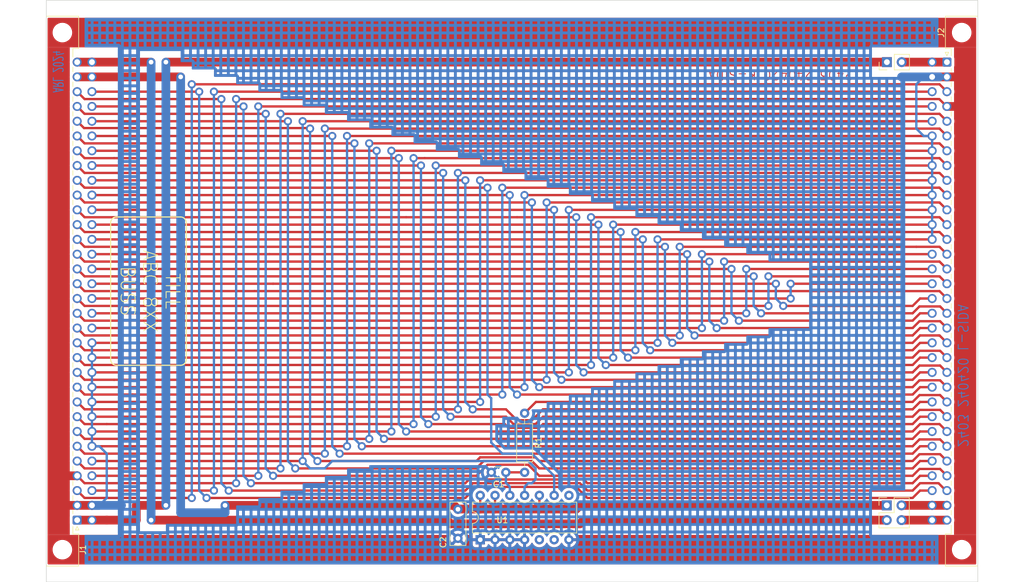
<source format=kicad_pcb>
(kicad_pcb (version 20221018) (generator pcbnew)
  (layers (0 "F.Cu" signal) (31 "B.Cu" signal) (34 "B.Paste" user) (35 "F.Paste" user) (36 "B.SilkS" user "B.Silkscreen") (37 "F.SilkS" user "F.Silkscreen") (38 "B.Mask" user) (39 "F.Mask" user) (44 "Edge.Cuts" user))
  (net 0 "")
  (net 1 "~{NMI ABC16}")
  (net 2 "GND")
  (net 3 "+5V")
  (net 4 "-12V")
  (net 5 "~{RESIN}")
  (net 6 "~{INT}")
  (net 7 "D7")
  (net 8 "D6")
  (net 9 "D5")
  (net 10 "D4")
  (net 11 "D3")
  (net 12 "D2")
  (net 13 "D1")
  (net 14 "D0")
  (net 15 "pin-a14")
  (net 16 "~{RST}")
  (net 17 "INP1")
  (net 18 "INP0")
  (net 19 "OUTP5")
  (net 20 "OUTP4")
  (net 21 "OUTP3")
  (net 22 "OUTP2")
  (net 23 "OUTP1")
  (net 24 "OUTP0")
  (net 25 "~{NMI}")
  (net 26 "INP2")
  (net 27 "~{XINPSTB}")
  (net 28 "~{XOUTPSTB}")
  (net 29 "~{XM}")
  (net 30 "~{RFSH}")
  (net 31 "RDY")
  (net 32 "+12V")
  (net 33 "-12V ABC16")
  (net 34 "+5V ABC16")
  (net 35 "+12V ABC16")
  (net 36 "Net-(U1B-D)")
  (net 40 "~{XMEMWR}")
  (net 41 "~{XMEMPL}")
  (net 42 "ø")
  (net 43 "A15")
  (net 44 "A14")
  (net 45 "A13")
  (net 46 "A12")
  (net 47 "A11")
  (net 48 "A10")
  (net 49 "A9")
  (net 50 "A8")
  (net 51 "A7")
  (net 52 "A6")
  (net 53 "A5")
  (net 54 "A4")
  (net 55 "A3")
  (net 56 "A2")
  (net 57 "A1")
  (net 58 "A0")
  (net 59 "~{MEMRQ}")
  (footprint "Resistor_THT:R_Axial_DIN0207_L6.3mm_D2.5mm_P10.16mm_Horizontal" (layer "F.Cu") (at 142.9 108.625 -90)
    (fp_text reference "R1")
    (fp_text value "470R")
  )
  (footprint "Package_DIP:DIP-14_W7.62mm" (layer "F.Cu") (at 135.275 130.37 90)
    (fp_text reference "U1")
    (fp_text value "74LS74")
  )
  (footprint "Capacitor_THT:C_Disc_D3.0mm_W1.6mm_P2.50mm" (layer "F.Cu") (at 139.68 118.785 180)
    (fp_text reference "C1")
    (fp_text value "470p")
  )
  (footprint "Connector_DIN:DIN41612_B_2x32_Male_Horizontal_THT" (layer "F.Cu") (at 215.44 48.26 -90)
    (fp_text reference "J2")
    (fp_text value "DIN41612_02x32_AB")
  )
  (footprint "Connector_DIN:DIN41612_B_2x32_Male_Horizontal_THT" (layer "F.Cu") (at 66.04 127 90)
    (fp_text reference "J1")
    (fp_text value "DIN41612_02x32_AB")
  )
  (footprint "Capacitor_THT:C_Rect_L7.2mm_W2.5mm_P5.00mm_FKS2_FKP2_MKS2_MKP2" (layer "F.Cu") (at 131.445 125.135 -90)
    (fp_text reference "C2")
    (fp_text value "100n")
  )
  (footprint "Connector_PinHeader_2.54mm:PinHeader_1x02_P2.54mm_Vertical" (layer "F.Cu") (at 205.13 48.26 90)
    (fp_text reference "J3" hide)
    (fp_text value "Conn_01x02_Pin" hide)
  )
  (footprint "Connector_PinHeader_2.54mm:PinHeader_2x02_P2.54mm_Vertical" (layer "F.Cu") (at 205.105 124.46)
    (fp_text reference "J6" hide)
    (fp_text value "Conn_01x04_Pin" hide)
  )
  (gr_line (start 72.792896 74.880001) (end 83.792897 74.88) (stroke (width 0.2)) (layer "F.SilkS"))
  (gr_arc (start 72.792893 100.380001) (mid 72.085788 100.087107) (end 71.792893 99.380001) (stroke (width 0.2)) (layer "F.SilkS"))
  (gr_arc (start 84.792894 99.38) (mid 84.5 100.087106) (end 83.792894 100.38) (stroke (width 0.2)) (layer "F.SilkS"))
  (gr_line (start 71.792896 75.88) (end 71.792893 99.38) (stroke (width 0.2)) (layer "F.SilkS"))
  (gr_arc (start 71.792896 75.880001) (mid 72.085789 75.172895) (end 72.792896 74.880001) (stroke (width 0.2)) (layer "F.SilkS"))
  (gr_line (start 72.792893 100.380001) (end 83.792894 100.38) (stroke (width 0.2)) (layer "F.SilkS"))
  (gr_line (start 84.792897 75.88) (end 84.792894 99.38) (stroke (width 0.2)) (layer "F.SilkS"))
  (gr_arc (start 83.792897 74.88) (mid 84.500003 75.172894) (end 84.792897 75.88) (stroke (width 0.2)) (layer "F.SilkS"))
  (gr_rect locked (start 60.74 37.63) (end 220.74 137.63) (stroke (width 0.1)) (fill none) (layer "Edge.Cuts"))
  (gr_text "2403 240420 K-SIDA\n" (at 199.39 49.4 180) (layer "F.Cu") (effects (font (size 1.7 1.5)) (justify left bottom)))
  (gr_text "2403 240420 L-SIDA\n" (at 217.17 114.554 270) (layer "B.Cu") (effects (font (size 1.7 1.5)) (justify left bottom mirror)))
  (gr_text "ARL 2024\n" (at 61.722 53.594 270) (layer "B.Cu") (effects (font (size 1.7 1)) (justify left bottom mirror)))
  (gr_text "TILL\nABC 8XX\nBUSS" (at 73.292896 87.63 270) (layer "F.SilkS") (effects (font (size 2.4 2.2)) (justify bottom)))
  (segment (start 209.55 106.68) (end 144.845 106.68) (width 0.4) (layer "F.Cu") (net 1))
  (segment (start 215.44 106.68) (end 214.265 105.505) (width 0.4) (layer "F.Cu") (net 1))
  (segment (start 144.845 106.68) (end 142.9 108.625) (width 0.4) (layer "F.Cu") (net 1))
  (segment (start 214.265 105.505) (end 210.725 105.505) (width 0.4) (layer "F.Cu") (net 1))
  (segment (start 210.725 105.505) (end 209.55 106.68) (width 0.4) (layer "F.Cu") (net 1))
  (segment (start 135.255 106.68) (end 68.58 106.68) (width 0.4) (layer "F.Cu") (net 2))
  (segment (start 215.44 55.88) (end 217.424 55.88) (width 1.5) (layer "F.Cu") (net 2))
  (segment (start 68.58 99.06) (end 158.115 99.06) (width 0.4) (layer "F.Cu") (net 2))
  (segment (start 215.44 55.88) (end 215.392 55.88) (width 1.5) (layer "F.Cu") (net 2))
  (segment (start 93.345 54.61) (end 214.122 54.61) (width 0.4) (layer "F.Cu") (net 2))
  (segment (start 152.4 73.66) (end 150.495 73.66) (width 0.4) (layer "F.Cu") (net 2))
  (segment (start 68.58 109.22) (end 127.635 109.22) (width 0.4) (layer "F.Cu") (net 2))
  (segment (start 143.51 63.5) (end 120.015 63.5) (width 0.4) (layer "F.Cu") (net 2))
  (segment (start 68.58 101.6) (end 150.495 101.6) (width 0.4) (layer "F.Cu") (net 2))
  (segment (start 212.9 76.2) (end 158.115 76.2) (width 0.4) (layer "F.Cu") (net 2))
  (segment (start 212.9 71.12) (end 142.875 71.12) (width 0.4) (layer "F.Cu") (net 2))
  (segment (start 68.58 104.14) (end 139.065 104.14) (width 0.4) (layer "F.Cu") (net 2))
  (segment (start 212.9 60.96) (end 112.395 60.96) (width 0.4) (layer "F.Cu") (net 2))
  (segment (start 214.122 54.61) (end 215.392 55.88) (width 0.4) (layer "F.Cu") (net 2))
  (segment (start 66.04 119.38) (end 67.31 120.65) (width 0.4) (layer "F.Cu") (net 2))
  (segment (start 212.9 66.04) (end 127.635 66.04) (width 0.4) (layer "F.Cu") (net 2))
  (segment (start 212.9 68.58) (end 135.255 68.58) (width 0.4) (layer "F.Cu") (net 2))
  (segment (start 139.065 104.14) (end 142.875 104.14) (width 0.4) (layer "F.Cu") (net 2))
  (segment (start 68.58 114.3) (end 112.395 114.3) (width 0.4) (layer "F.Cu") (net 2))
  (segment (start 212.9 63.5) (end 143.51 63.5) (width 0.4) (layer "F.Cu") (net 2))
  (segment (start 212.9 78.74) (end 165.735 78.74) (width 0.4) (layer "F.Cu") (net 2))
  (segment (start 212.9 73.66) (end 152.4 73.66) (width 0.4) (layer "F.Cu") (net 2))
  (segment (start 66.04 119.38) (end 63.754 119.38) (width 1.5) (layer "F.Cu") (net 2))
  (segment (start 212.9 50.8) (end 217.424 50.8) (width 1.5) (layer "F.Cu") (net 2))
  (segment (start 100.965 96.52) (end 165.735 96.52) (width 0.4) (layer "F.Cu") (net 2))
  (segment (start 68.58 96.52) (end 100.965 96.52) (width 0.4) (layer "F.Cu") (net 2))
  (segment (start 68.58 111.76) (end 120.015 111.76) (width 0.4) (layer "F.Cu") (net 2))
  (segment (start 67.31 120.65) (end 93.345 120.65) (width 0.4) (layer "F.Cu") (net 2))
  (segment (start 68.58 124.46) (end 63.754 124.46) (width 1.5) (layer "F.Cu") (net 2))
  (via (at 142.875 104.14) (size 1.4) (drill 0.8) (layers "F.Cu" "B.Cu") (net 2))
  (via (at 135.255 106.68) (size 1.4) (drill 0.8) (layers "F.Cu" "B.Cu") (net 2))
  (via (at 93.345 54.61) (size 1.4) (drill 0.8) (layers "F.Cu" "B.Cu") (net 2))
  (via (at 112.395 60.96) (size 1.4) (drill 0.8) (layers "F.Cu" "B.Cu") (net 2))
  (via (at 165.735 96.52) (size 1.4) (drill 0.8) (layers "F.Cu" "B.Cu") (net 2))
  (via (at 127.635 109.22) (size 1.4) (drill 0.8) (layers "F.Cu" "B.Cu") (net 2))
  (via (at 135.255 68.58) (size 1.4) (drill 0.8) (layers "F.Cu" "B.Cu") (net 2))
  (via (at 112.395 114.3) (size 1.4) (drill 0.8) (layers "F.Cu" "B.Cu") (net 2))
  (via (at 93.345 120.65) (size 1.4) (drill 0.8) (layers "F.Cu" "B.Cu") (net 2))
  (via (at 158.115 76.2) (size 1.4) (drill 0.8) (layers "F.Cu" "B.Cu") (net 2))
  (via (at 150.495 101.6) (size 1.4) (drill 0.8) (layers "F.Cu" "B.Cu") (net 2))
  (via (at 142.875 71.12) (size 1.4) (drill 0.8) (layers "F.Cu" "B.Cu") (net 2))
  (via (at 158.115 99.06) (size 1.4) (drill 0.8) (layers "F.Cu" "B.Cu") (net 2))
  (via (at 120.015 111.76) (size 1.4) (drill 0.8) (layers "F.Cu" "B.Cu") (net 2))
  (via (at 127.635 66.04) (size 1.4) (drill 0.8) (layers "F.Cu" "B.Cu") (net 2))
  (via (at 150.495 73.66) (size 1.4) (drill 0.8) (layers "F.Cu" "B.Cu") (net 2))
  (via (at 120.015 63.5) (size 1.4) (drill 0.8) (layers "F.Cu" "B.Cu") (net 2))
  (via (at 165.735 78.74) (size 1.4) (drill 0.8) (layers "F.Cu" "B.Cu") (net 2))
  (segment (start 68.58 124.46) (end 73.66 124.46) (width 1.5) (layer "B.Cu") (net 2))
  (segment (start 69.85 114.3) (end 68.58 114.3) (width 0.4) (layer "B.Cu") (net 2))
  (segment (start 150.495 73.66) (end 150.495 101.6) (width 0.4) (layer "B.Cu") (net 2))
  (segment (start 68.58 114.3) (end 68.58 96.52) (width 0.4) (layer "B.Cu") (net 2))
  (segment (start 71.12 123.19) (end 71.12 115.57) (width 0.4) (layer "B.Cu") (net 2))
  (segment (start 214.17 50.8) (end 207.645 50.8) (width 1.5) (layer "B.Cu") (net 2))
  (segment (start 71.12 115.57) (end 69.85 114.3) (width 0.4) (layer "B.Cu") (net 2))
  (segment (start 112.395 60.96) (end 112.395 114.3) (width 0.4) (layer "B.Cu") (net 2))
  (segment (start 120.015 63.5) (end 120.015 111.76) (width 0.4) (layer "B.Cu") (net 2))
  (segment (start 93.345 54.61) (end 93.345 120.65) (width 0.4) (layer "B.Cu") (net 2))
  (segment (start 212.9 60.96) (end 211.455 60.96) (width 0.4) (layer "B.Cu") (net 2))
  (segment (start 69.85 124.46) (end 71.12 123.19) (width 0.4) (layer "B.Cu") (net 2))
  (segment (start 131.485 130.175) (end 131.445 130.135) (width 0.4) (layer "B.Cu") (net 2))
  (segment (start 135.255 68.58) (end 135.255 106.68) (width 0.4) (layer "B.Cu") (net 2))
  (segment (start 142.875 71.12) (end 142.875 104.14) (width 0.4) (layer "B.Cu") (net 2))
  (segment (start 158.115 76.2) (end 158.115 99.06) (width 0.4) (layer "B.Cu") (net 2))
  (segment (start 210.185 52.07) (end 211.455 50.8) (width 0.4) (layer "B.Cu") (net 2))
  (segment (start 68.58 124.46) (end 69.85 124.46) (width 1.5) (layer "B.Cu") (net 2))
  (segment (start 165.735 78.74) (end 165.735 96.52) (width 0.4) (layer "B.Cu") (net 2))
  (segment (start 212.9 78.74) (end 212.9 60.96) (width 0.4) (layer "B.Cu") (net 2))
  (segment (start 211.455 60.96) (end 210.185 59.69) (width 0.4) (layer "B.Cu") (net 2))
  (segment (start 210.185 59.69) (end 210.185 52.07) (width 0.4) (layer "B.Cu") (net 2))
  (segment (start 127.635 66.04) (end 127.635 109.22) (width 0.4) (layer "B.Cu") (net 2))
  (segment (start 145.415 125.095) (end 137.795 125.095) (width 1.5) (layer "F.Cu") (net 3))
  (segment (start 68.58 50.8) (end 83.82 50.8) (width 1.5) (layer "F.Cu") (net 3))
  (segment (start 66.04 50.8) (end 68.58 50.8) (width 1.5) (layer "F.Cu") (net 3))
  (segment (start 131.485 125.095) (end 131.445 125.135) (width 1.5) (layer "F.Cu") (net 3))
  (segment (start 137.815 125.075) (end 137.795 125.095) (width 0.4) (layer "F.Cu") (net 3))
  (segment (start 205.13 124.46) (end 152.4 124.46) (width 1.5) (layer "F.Cu") (net 3))
  (segment (start 137.815 122.75) (end 137.815 125.075) (width 0.4) (layer "F.Cu") (net 3))
  (segment (start 151.765 125.095) (end 145.415 125.095) (width 1.5) (layer "F.Cu") (net 3))
  (segment (start 152.4 124.46) (end 151.765 125.095) (width 1.5) (layer "F.Cu") (net 3))
  (segment (start 145.435 122.75) (end 145.435 125.075) (width 0.4) (layer "F.Cu") (net 3))
  (segment (start 135.275 122.75) (end 135.275 125.075) (width 0.4) (layer "F.Cu") (net 3))
  (segment (start 131.445 125.135) (end 130.77 124.46) (width 1.5) (layer "F.Cu") (net 3))
  (segment (start 137.795 125.095) (end 135.255 125.095) (width 1.5) (layer "F.Cu") (net 3))
  (segment (start 135.255 125.095) (end 131.485 125.095) (width 1.5) (layer "F.Cu") (net 3))
  (segment (start 135.275 125.075) (end 135.255 125.095) (width 0.4) (layer "F.Cu") (net 3))
  (segment (start 130.77 124.46) (end 91.44 124.46) (width 1.5) (layer "F.Cu") (net 3))
  (segment (start 145.435 125.075) (end 145.415 125.095) (width 0.4) (layer "F.Cu") (net 3))
  (via (at 91.44 124.46) (size 1.4) (drill 0.8) (layers "F.Cu" "B.Cu") (net 3))
  (via (at 83.82 50.8) (size 1.4) (drill 0.8) (layers "F.Cu" "B.Cu") (net 3))
  (segment (start 83.82 50.8) (end 83.82 125.73) (width 1.5) (layer "B.Cu") (net 3))
  (segment (start 91.44 124.46) (end 91.44 125.73) (width 1.5) (layer "B.Cu") (net 3))
  (segment (start 83.82 125.73) (end 91.44 125.73) (width 1.5) (layer "B.Cu") (net 3))
  (segment (start 76.2 127) (end 76.2 124.46) (width 1.5) (layer "F.Cu") (net 4))
  (segment (start 76.2 124.46) (end 81.28 124.46) (width 1.5) (layer "F.Cu") (net 4))
  (segment (start 71.12 127) (end 76.2 127) (width 1.5) (layer "F.Cu") (net 4))
  (segment (start 66.04 127) (end 68.58 127) (width 1.5) (layer "F.Cu") (net 4))
  (segment (start 68.58 127) (end 71.12 127) (width 1.5) (layer "F.Cu") (net 4))
  (segment (start 150.876 48.26) (end 81.28 48.26) (width 1.5) (layer "F.Cu") (net 4))
  (segment (start 150.876 48.26) (end 205.13 48.26) (width 1.5) (layer "F.Cu") (net 4))
  (via (at 81.28 48.26) (size 1.4) (drill 0.8) (layers "F.Cu" "B.Cu") (net 4))
  (via (at 81.28 124.46) (size 1.4) (drill 0.8) (layers "F.Cu" "B.Cu") (net 4))
  (segment (start 81.28 124.46) (end 81.28 48.26) (width 1.5) (layer "B.Cu") (net 4))
  (segment (start 85.725 52.07) (end 214.17 52.07) (width 0.4) (layer "F.Cu") (net 5))
  (segment (start 214.17 52.07) (end 215.44 53.34) (width 0.4) (layer "F.Cu") (net 5))
  (segment (start 67.31 123.19) (end 85.725 123.19) (width 0.4) (layer "F.Cu") (net 5))
  (segment (start 66.04 121.92) (end 67.31 123.19) (width 0.4) (layer "F.Cu") (net 5))
  (via (at 85.725 52.07) (size 1.4) (drill 0.8) (layers "F.Cu" "B.Cu") (net 5))
  (via (at 85.725 123.19) (size 1.4) (drill 0.8) (layers "F.Cu" "B.Cu") (net 5))
  (segment (start 85.725 123.19) (end 85.725 52.07) (width 0.4) (layer "B.Cu") (net 5))
  (segment (start 66.04 116.84) (end 67.31 118.11) (width 0.4) (layer "F.Cu") (net 6))
  (segment (start 100.965 57.15) (end 214.17 57.15) (width 0.4) (layer "F.Cu") (net 6))
  (segment (start 214.17 57.15) (end 215.44 58.42) (width 0.4) (layer "F.Cu") (net 6))
  (segment (start 67.31 118.11) (end 100.965 118.11) (width 0.4) (layer "F.Cu") (net 6))
  (via (at 100.965 57.15) (size 1.4) (drill 0.8) (layers "F.Cu" "B.Cu") (net 6))
  (via (at 100.965 118.11) (size 1.4) (drill 0.8) (layers "F.Cu" "B.Cu") (net 6))
  (segment (start 100.965 118.11) (end 100.965 57.15) (width 0.4) (layer "B.Cu") (net 6))
  (segment (start 214.17 59.69) (end 193.04 59.69) (width 0.4) (layer "F.Cu") (net 7))
  (segment (start 193.04 59.69) (end 108.585 59.69) (width 0.4) (layer "F.Cu") (net 7))
  (segment (start 66.04 114.3) (end 67.31 115.57) (width 0.4) (layer "F.Cu") (net 7))
  (segment (start 67.31 115.57) (end 108.585 115.57) (width 0.4) (layer "F.Cu") (net 7))
  (segment (start 215.44 60.96) (end 214.17 59.69) (width 0.4) (layer "F.Cu") (net 7))
  (via (at 108.585 115.57) (size 1.4) (drill 0.8) (layers "F.Cu" "B.Cu") (net 7))
  (via (at 108.585 59.69) (size 1.4) (drill 0.8) (layers "F.Cu" "B.Cu") (net 7))
  (segment (start 108.585 59.69) (end 108.585 115.57) (width 0.4) (layer "B.Cu") (net 7))
  (segment (start 215.44 63.5) (end 214.17 62.23) (width 0.4) (layer "F.Cu") (net 8))
  (segment (start 176.53 62.23) (end 133.985 62.23) (width 0.4) (layer "F.Cu") (net 8))
  (segment (start 214.17 62.23) (end 208.28 62.23) (width 0.4) (layer "F.Cu") (net 8))
  (segment (start 198.755 62.23) (end 176.53 62.23) (width 0.4) (layer "F.Cu") (net 8))
  (segment (start 208.28 62.23) (end 198.755 62.23) (width 0.4) (layer "F.Cu") (net 8))
  (segment (start 66.04 111.76) (end 67.31 113.03) (width 0.4) (layer "F.Cu") (net 8))
  (segment (start 133.985 62.23) (end 116.205 62.23) (width 0.4) (layer "F.Cu") (net 8))
  (segment (start 67.31 113.03) (end 116.205 113.03) (width 0.4) (layer "F.Cu") (net 8))
  (via (at 116.205 62.23) (size 1.4) (drill 0.8) (layers "F.Cu" "B.Cu") (net 8))
  (via (at 116.205 113.03) (size 1.4) (drill 0.8) (layers "F.Cu" "B.Cu") (net 8))
  (segment (start 116.205 62.23) (end 116.205 113.03) (width 0.4) (layer "B.Cu") (net 8))
  (segment (start 125.73 64.77) (end 123.825 64.77) (width 0.4) (layer "F.Cu") (net 9))
  (segment (start 67.31 110.49) (end 71.12 110.49) (width 0.4) (layer "F.Cu") (net 9))
  (segment (start 66.04 109.22) (end 67.31 110.49) (width 0.4) (layer "F.Cu") (net 9))
  (segment (start 205.74 64.77) (end 125.73 64.77) (width 0.4) (layer "F.Cu") (net 9))
  (segment (start 215.44 66.04) (end 214.17 64.77) (width 0.4) (layer "F.Cu") (net 9))
  (segment (start 71.12 110.49) (end 123.825 110.49) (width 0.4) (layer "F.Cu") (net 9))
  (segment (start 214.17 64.77) (end 205.74 64.77) (width 0.4) (layer "F.Cu") (net 9))
  (via (at 123.825 110.49) (size 1.4) (drill 0.8) (layers "F.Cu" "B.Cu") (net 9))
  (via (at 123.825 64.77) (size 1.4) (drill 0.8) (layers "F.Cu" "B.Cu") (net 9))
  (segment (start 123.825 64.77) (end 123.825 110.49) (width 0.4) (layer "B.Cu") (net 9))
  (segment (start 215.44 68.58) (end 214.17 67.31) (width 0.4) (layer "F.Cu") (net 10))
  (segment (start 214.17 67.31) (end 131.445 67.31) (width 0.4) (layer "F.Cu") (net 10))
  (segment (start 131.445 107.95) (end 67.31 107.95) (width 0.4) (layer "F.Cu") (net 10))
  (segment (start 67.31 107.95) (end 66.04 106.68) (width 0.4) (layer "F.Cu") (net 10))
  (via (at 131.445 67.31) (size 1.4) (drill 0.8) (layers "F.Cu" "B.Cu") (net 10))
  (via (at 131.445 107.95) (size 1.4) (drill 0.8) (layers "F.Cu" "B.Cu") (net 10))
  (segment (start 131.445 67.31) (end 131.445 107.95) (width 0.4) (layer "B.Cu") (net 10))
  (segment (start 213.995 69.85) (end 149.86 69.85) (width 0.4) (layer "F.Cu") (net 11))
  (segment (start 75.565 105.41) (end 139.065 105.41) (width 0.4) (layer "F.Cu") (net 11))
  (segment (start 215.44 71.12) (end 214.17 69.85) (width 0.4) (layer "F.Cu") (net 11))
  (segment (start 67.31 105.41) (end 75.565 105.41) (width 0.4) (layer "F.Cu") (net 11))
  (segment (start 66.04 104.14) (end 67.31 105.41) (width 0.4) (layer "F.Cu") (net 11))
  (segment (start 149.86 69.85) (end 139.065 69.85) (width 0.4) (layer "F.Cu") (net 11))
  (segment (start 214.17 69.85) (end 213.995 69.85) (width 0.4) (layer "F.Cu") (net 11))
  (via (at 139.065 69.85) (size 1.4) (drill 0.8) (layers "F.Cu" "B.Cu") (net 11))
  (via (at 139.065 105.41) (size 1.4) (drill 0.8) (layers "F.Cu" "B.Cu") (net 11))
  (segment (start 139.065 69.85) (end 139.065 105.41) (width 0.4) (layer "B.Cu") (net 11))
  (segment (start 66.04 101.6) (end 67.31 102.87) (width 0.4) (layer "F.Cu") (net 12))
  (segment (start 121.285 102.87) (end 146.685 102.87) (width 0.4) (layer "F.Cu") (net 12))
  (segment (start 67.31 102.87) (end 72.39 102.87) (width 0.4) (layer "F.Cu") (net 12))
  (segment (start 72.39 102.87) (end 121.285 102.87) (width 0.4) (layer "F.Cu") (net 12))
  (segment (start 214.17 72.39) (end 146.685 72.39) (width 0.4) (layer "F.Cu") (net 12))
  (segment (start 215.44 73.66) (end 214.17 72.39) (width 0.4) (layer "F.Cu") (net 12))
  (via (at 146.685 102.87) (size 1.4) (drill 0.8) (layers "F.Cu" "B.Cu") (net 12))
  (via (at 146.685 72.39) (size 1.4) (drill 0.8) (layers "F.Cu" "B.Cu") (net 12))
  (segment (start 146.685 72.39) (end 146.685 102.87) (width 0.4) (layer "B.Cu") (net 12))
  (segment (start 97.79 100.33) (end 142.24 100.33) (width 0.4) (layer "F.Cu") (net 13))
  (segment (start 67.31 100.33) (end 72.39 100.33) (width 0.4) (layer "F.Cu") (net 13))
  (segment (start 207.645 74.93) (end 154.305 74.93) (width 0.4) (layer "F.Cu") (net 13))
  (segment (start 214.17 74.93) (end 207.645 74.93) (width 0.4) (layer "F.Cu") (net 13))
  (segment (start 142.24 100.33) (end 154.305 100.33) (width 0.4) (layer "F.Cu") (net 13))
  (segment (start 215.44 76.2) (end 214.17 74.93) (width 0.4) (layer "F.Cu") (net 13))
  (segment (start 72.39 100.33) (end 97.79 100.33) (width 0.4) (layer "F.Cu") (net 13))
  (segment (start 66.04 99.06) (end 67.31 100.33) (width 0.4) (layer "F.Cu") (net 13))
  (via (at 154.305 100.33) (size 1.4) (drill 0.8) (layers "F.Cu" "B.Cu") (net 13))
  (via (at 154.305 74.93) (size 1.4) (drill 0.8) (layers "F.Cu" "B.Cu") (net 13))
  (segment (start 154.305 74.93) (end 154.305 100.33) (width 0.4) (layer "B.Cu") (net 13))
  (segment (start 75.565 97.79) (end 161.925 97.79) (width 0.4) (layer "F.Cu") (net 14))
  (segment (start 206.375 77.47) (end 184.785 77.47) (width 0.4) (layer "F.Cu") (net 14))
  (segment (start 214.17 77.47) (end 206.375 77.47) (width 0.4) (layer "F.Cu") (net 14))
  (segment (start 215.44 78.74) (end 214.17 77.47) (width 0.4) (layer "F.Cu") (net 14))
  (segment (start 66.04 96.52) (end 67.31 97.79) (width 0.4) (layer "F.Cu") (net 14))
  (segment (start 67.31 97.79) (end 75.565 97.79) (width 0.4) (layer "F.Cu") (net 14))
  (segment (start 184.785 77.47) (end 161.925 77.47) (width 0.4) (layer "F.Cu") (net 14))
  (via (at 161.925 97.79) (size 1.4) (drill 0.8) (layers "F.Cu" "B.Cu") (net 14))
  (via (at 161.925 77.47) (size 1.4) (drill 0.8) (layers "F.Cu" "B.Cu") (net 14))
  (segment (start 161.925 77.47) (end 161.925 97.79) (width 0.4) (layer "B.Cu") (net 14))
  (segment (start 180.34 80.01) (end 169.545 80.01) (width 0.4) (layer "F.Cu") (net 15))
  (segment (start 214.17 80.01) (end 210.185 80.01) (width 0.4) (layer "F.Cu") (net 15))
  (segment (start 127 95.25) (end 169.545 95.25) (width 0.4) (layer "F.Cu") (net 15))
  (segment (start 67.31 95.25) (end 127 95.25) (width 0.4) (layer "F.Cu") (net 15))
  (segment (start 210.185 80.01) (end 180.34 80.01) (width 0.4) (layer "F.Cu") (net 15))
  (segment (start 215.44 81.28) (end 214.17 80.01) (width 0.4) (layer "F.Cu") (net 15))
  (segment (start 66.04 93.98) (end 67.31 95.25) (width 0.4) (layer "F.Cu") (net 15))
  (via (at 169.545 95.25) (size 1.4) (drill 0.8) (layers "F.Cu" "B.Cu") (net 15))
  (via (at 169.545 80.01) (size 1.4) (drill 0.8) (layers "F.Cu" "B.Cu") (net 15))
  (segment (start 169.545 80.01) (end 169.545 95.25) (width 0.4) (layer "B.Cu") (net 15))
  (segment (start 201.93 82.55) (end 177.165 82.55) (width 0.4) (layer "F.Cu") (net 16))
  (segment (start 215.44 83.82) (end 214.17 82.55) (width 0.4) (layer "F.Cu") (net 16))
  (segment (start 214.17 82.55) (end 201.93 82.55) (width 0.4) (layer "F.Cu") (net 16))
  (segment (start 127 92.71) (end 177.165 92.71) (width 0.4) (layer "F.Cu") (net 16))
  (segment (start 66.04 91.44) (end 67.31 92.71) (width 0.4) (layer "F.Cu") (net 16))
  (segment (start 67.31 92.71) (end 127 92.71) (width 0.4) (layer "F.Cu") (net 16))
  (via (at 177.165 92.71) (size 1.4) (drill 0.8) (layers "F.Cu" "B.Cu") (net 16))
  (via (at 177.165 82.55) (size 1.4) (drill 0.8) (layers "F.Cu" "B.Cu") (net 16))
  (segment (start 177.165 82.55) (end 177.165 92.71) (width 0.4) (layer "B.Cu") (net 16))
  (segment (start 215.44 86.36) (end 214.17 85.09) (width 0.4) (layer "F.Cu") (net 17))
  (segment (start 206.375 85.09) (end 184.785 85.09) (width 0.4) (layer "F.Cu") (net 17))
  (segment (start 66.04 88.9) (end 67.31 90.17) (width 0.4) (layer "F.Cu") (net 17))
  (segment (start 67.31 90.17) (end 184.785 90.17) (width 0.4) (layer "F.Cu") (net 17))
  (segment (start 214.17 85.09) (end 206.375 85.09) (width 0.4) (layer "F.Cu") (net 17))
  (via (at 184.785 90.17) (size 1.4) (drill 0.8) (layers "F.Cu" "B.Cu") (net 17))
  (via (at 184.785 85.09) (size 1.4) (drill 0.8) (layers "F.Cu" "B.Cu") (net 17))
  (segment (start 184.785 85.09) (end 184.785 90.17) (width 0.4) (layer "B.Cu") (net 17))
  (segment (start 96.52 87.63) (end 214.17 87.63) (width 0.4) (layer "F.Cu") (net 18))
  (segment (start 67.31 87.63) (end 96.52 87.63) (width 0.4) (layer "F.Cu") (net 18))
  (segment (start 214.17 87.63) (end 215.44 88.9) (width 0.4) (layer "F.Cu") (net 18))
  (segment (start 66.04 86.36) (end 67.31 87.63) (width 0.4) (layer "F.Cu") (net 18))
  (segment (start 214.265 90.265) (end 210.725 90.265) (width 0.4) (layer "F.Cu") (net 19))
  (segment (start 209.55 91.44) (end 183.515 91.44) (width 0.4) (layer "F.Cu") (net 19))
  (segment (start 77.47 85.09) (end 98.425 85.09) (width 0.4) (layer "F.Cu") (net 19))
  (segment (start 210.725 90.265) (end 209.55 91.44) (width 0.4) (layer "F.Cu") (net 19))
  (segment (start 215.44 91.44) (end 214.265 90.265) (width 0.4) (layer "F.Cu") (net 19))
  (segment (start 67.31 85.09) (end 77.47 85.09) (width 0.4) (layer "F.Cu") (net 19))
  (segment (start 66.04 83.82) (end 67.31 85.09) (width 0.4) (layer "F.Cu") (net 19))
  (segment (start 98.425 85.09) (end 182.245 85.09) (width 0.4) (layer "F.Cu") (net 19))
  (via (at 182.245 85.09) (size 1.4) (drill 0.8) (layers "F.Cu" "B.Cu") (net 19))
  (via (at 183.515 91.44) (size 1.4) (drill 0.8) (layers "F.Cu" "B.Cu") (net 19))
  (segment (start 182.245 90.17) (end 183.515 91.44) (width 0.4) (layer "B.Cu") (net 19))
  (segment (start 182.245 85.09) (end 182.245 90.17) (width 0.4) (layer "B.Cu") (net 19))
  (segment (start 93.345 82.55) (end 174.625 82.55) (width 0.4) (layer "F.Cu") (net 20))
  (segment (start 180.34 93.98) (end 175.895 93.98) (width 0.4) (layer "F.Cu") (net 20))
  (segment (start 209.55 93.98) (end 180.34 93.98) (width 0.4) (layer "F.Cu") (net 20))
  (segment (start 215.44 93.98) (end 214.265 92.805) (width 0.4) (layer "F.Cu") (net 20))
  (segment (start 66.04 81.28) (end 67.31 82.55) (width 0.4) (layer "F.Cu") (net 20))
  (segment (start 67.31 82.55) (end 93.345 82.55) (width 0.4) (layer "F.Cu") (net 20))
  (segment (start 210.725 92.805) (end 209.55 93.98) (width 0.4) (layer "F.Cu") (net 20))
  (segment (start 214.265 92.805) (end 210.725 92.805) (width 0.4) (layer "F.Cu") (net 20))
  (via (at 174.625 82.55) (size 1.4) (drill 0.8) (layers "F.Cu" "B.Cu") (net 20))
  (via (at 175.895 93.98) (size 1.4) (drill 0.8) (layers "F.Cu" "B.Cu") (net 20))
  (segment (start 174.625 82.55) (end 174.625 92.71) (width 0.4) (layer "B.Cu") (net 20))
  (segment (start 174.625 92.71) (end 175.895 93.98) (width 0.4) (layer "B.Cu") (net 20))
  (segment (start 215.44 96.52) (end 214.17 95.25) (width 0.4) (layer "F.Cu") (net 21))
  (segment (start 213.995 95.25) (end 210.82 95.25) (width 0.4) (layer "F.Cu") (net 21))
  (segment (start 214.17 95.25) (end 213.995 95.25) (width 0.4) (layer "F.Cu") (net 21))
  (segment (start 210.82 95.25) (end 209.55 96.52) (width 0.4) (layer "F.Cu") (net 21))
  (segment (start 209.55 96.52) (end 192.405 96.52) (width 0.4) (layer "F.Cu") (net 21))
  (segment (start 67.945 80.01) (end 98.425 80.01) (width 0.4) (layer "F.Cu") (net 21))
  (segment (start 66.04 78.74) (end 67.31 80.01) (width 0.4) (layer "F.Cu") (net 21))
  (segment (start 163.195 80.01) (end 167.005 80.01) (width 0.4) (layer "F.Cu") (net 21))
  (segment (start 67.31 80.01) (end 67.945 80.01) (width 0.4) (layer "F.Cu") (net 21))
  (segment (start 98.425 80.01) (end 163.195 80.01) (width 0.4) (layer "F.Cu") (net 21))
  (segment (start 192.405 96.52) (end 168.275 96.52) (width 0.4) (layer "F.Cu") (net 21))
  (via (at 168.275 96.52) (size 1.4) (drill 0.8) (layers "F.Cu" "B.Cu") (net 21))
  (via (at 167.005 80.01) (size 1.4) (drill 0.8) (layers "F.Cu" "B.Cu") (net 21))
  (segment (start 167.005 95.25) (end 168.275 96.52) (width 0.4) (layer "B.Cu") (net 21))
  (segment (start 167.005 80.01) (end 167.005 95.25) (width 0.4) (layer "B.Cu") (net 21))
  (segment (start 66.04 76.2) (end 67.31 77.47) (width 0.4) (layer "F.Cu") (net 22))
  (segment (start 151.765 77.47) (end 159.385 77.47) (width 0.4) (layer "F.Cu") (net 22))
  (segment (start 215.44 99.06) (end 214.265 97.885) (width 0.4) (layer "F.Cu") (net 22))
  (segment (start 214.265 97.885) (end 210.725 97.885) (width 0.4) (layer "F.Cu") (net 22))
  (segment (start 210.725 97.885) (end 209.55 99.06) (width 0.4) (layer "F.Cu") (net 22))
  (segment (start 72.39 77.47) (end 80.01 77.47) (width 0.4) (layer "F.Cu") (net 22))
  (segment (start 80.01 77.47) (end 151.765 77.47) (width 0.4) (layer "F.Cu") (net 22))
  (segment (start 209.55 99.06) (end 160.655 99.06) (width 0.4) (layer "F.Cu") (net 22))
  (segment (start 67.31 77.47) (end 72.39 77.47) (width 0.4) (layer "F.Cu") (net 22))
  (via (at 159.385 77.47) (size 1.4) (drill 0.8) (layers "F.Cu" "B.Cu") (net 22))
  (via (at 160.655 99.06) (size 1.4) (drill 0.8) (layers "F.Cu" "B.Cu") (net 22))
  (segment (start 159.385 97.79) (end 160.655 99.06) (width 0.4) (layer "B.Cu") (net 22))
  (segment (start 159.385 77.47) (end 159.385 97.79) (width 0.4) (layer "B.Cu") (net 22))
  (segment (start 141.605 74.93) (end 151.765 74.93) (width 0.4) (layer "F.Cu") (net 23))
  (segment (start 84.455 74.93) (end 122.555 74.93) (width 0.4) (layer "F.Cu") (net 23))
  (segment (start 214.265 100.425) (end 210.725 100.425) (width 0.4) (layer "F.Cu") (net 23))
  (segment (start 209.55 101.6) (end 153.035 101.6) (width 0.4) (layer "F.Cu") (net 23))
  (segment (start 67.31 74.93) (end 76.2 74.93) (width 0.4) (layer "F.Cu") (net 23))
  (segment (start 122.555 74.93) (end 141.605 74.93) (width 0.4) (layer "F.Cu") (net 23))
  (segment (start 76.2 74.93) (end 84.455 74.93) (width 0.4) (layer "F.Cu") (net 23))
  (segment (start 210.725 100.425) (end 209.55 101.6) (width 0.4) (layer "F.Cu") (net 23))
  (segment (start 215.44 101.6) (end 214.265 100.425) (width 0.4) (layer "F.Cu") (net 23))
  (segment (start 66.04 73.66) (end 67.31 74.93) (width 0.4) (layer "F.Cu") (net 23))
  (via (at 153.035 101.6) (size 1.4) (drill 0.8) (layers "F.Cu" "B.Cu") (net 23))
  (via (at 151.765 74.93) (size 1.4) (drill 0.8) (layers "F.Cu" "B.Cu") (net 23))
  (segment (start 151.765 74.93) (end 151.765 100.33) (width 0.4) (layer "B.Cu") (net 23))
  (segment (start 151.765 100.33) (end 153.035 101.6) (width 0.4) (layer "B.Cu") (net 23))
  (segment (start 66.04 71.12) (end 67.31 72.39) (width 0.4) (layer "F.Cu") (net 24))
  (segment (start 71.755 72.39) (end 120.65 72.39) (width 0.4) (layer "F.Cu") (net 24))
  (segment (start 210.725 102.965) (end 209.55 104.14) (width 0.4) (layer "F.Cu") (net 24))
  (segment (start 214.265 102.965) (end 210.725 102.965) (width 0.4) (layer "F.Cu") (net 24))
  (segment (start 120.65 72.39) (end 144.145 72.39) (width 0.4) (layer "F.Cu") (net 24))
  (segment (start 67.31 72.39) (end 71.755 72.39) (width 0.4) (layer "F.Cu") (net 24))
  (segment (start 209.55 104.14) (end 145.415 104.14) (width 0.4) (layer "F.Cu") (net 24))
  (segment (start 215.44 104.14) (end 214.265 102.965) (width 0.4) (layer "F.Cu") (net 24))
  (via (at 144.145 72.39) (size 1.4) (drill 0.8) (layers "F.Cu" "B.Cu") (net 24))
  (via (at 145.415 104.14) (size 1.4) (drill 0.8) (layers "F.Cu" "B.Cu") (net 24))
  (segment (start 144.145 102.87) (end 145.415 104.14) (width 0.4) (layer "B.Cu") (net 24))
  (segment (start 144.145 72.39) (end 144.145 102.87) (width 0.4) (layer "B.Cu") (net 24))
  (segment (start 67.31 69.85) (end 68.58 69.85) (width 0.4) (layer "F.Cu") (net 25))
  (segment (start 82.55 69.85) (end 136.525 69.85) (width 0.4) (layer "F.Cu") (net 25))
  (segment (start 68.58 69.85) (end 82.55 69.85) (width 0.4) (layer "F.Cu") (net 25))
  (segment (start 66.04 68.58) (end 67.31 69.85) (width 0.4) (layer "F.Cu") (net 25))
  (via (at 136.525 69.85) (size 1.4) (drill 0.8) (layers "F.Cu" "B.Cu") (net 25))
  (segment (start 144.145 115.57) (end 147.975 119.4) (width 0.4) (layer "B.Cu") (net 25))
  (segment (start 136.525 69.85) (end 136.525 105.41) (width 0.4) (layer "B.Cu") (net 25))
  (segment (start 137.16 113.665) (end 139.065 115.57) (width 0.4) (layer "B.Cu") (net 25))
  (segment (start 147.975 119.4) (end 147.975 122.75) (width 0.4) (layer "B.Cu") (net 25))
  (segment (start 136.525 105.41) (end 137.16 106.045) (width 0.4) (layer "B.Cu") (net 25))
  (segment (start 137.16 106.045) (end 137.16 113.665) (width 0.4) (layer "B.Cu") (net 25))
  (segment (start 139.065 115.57) (end 144.145 115.57) (width 0.4) (layer "B.Cu") (net 25))
  (segment (start 130.175 109.22) (end 139.72 109.22) (width 0.4) (layer "F.Cu") (net 26))
  (segment (start 67.31 67.31) (end 73.025 67.31) (width 0.4) (layer "F.Cu") (net 26))
  (segment (start 209.55 109.22) (end 210.725 108.045) (width 0.4) (layer "F.Cu") (net 26))
  (segment (start 146.05 109.22) (end 209.55 109.22) (width 0.4) (layer "F.Cu") (net 26))
  (segment (start 144.78 110.49) (end 146.05 109.22) (width 0.4) (layer "F.Cu") (net 26))
  (segment (start 139.72 109.22) (end 140.99 110.49) (width 0.4) (layer "F.Cu") (net 26))
  (segment (start 73.025 67.31) (end 128.905 67.31) (width 0.4) (layer "F.Cu") (net 26))
  (segment (start 214.265 108.045) (end 215.44 109.22) (width 0.4) (layer "F.Cu") (net 26))
  (segment (start 140.99 110.49) (end 144.78 110.49) (width 0.4) (layer "F.Cu") (net 26))
  (segment (start 210.725 108.045) (end 214.265 108.045) (width 0.4) (layer "F.Cu") (net 26))
  (segment (start 66.04 66.04) (end 67.31 67.31) (width 0.4) (layer "F.Cu") (net 26))
  (via (at 130.175 109.22) (size 1.4) (drill 0.8) (layers "F.Cu" "B.Cu") (net 26))
  (via (at 128.905 67.31) (size 1.4) (drill 0.8) (layers "F.Cu" "B.Cu") (net 26))
  (segment (start 130.175 109.22) (end 128.905 107.95) (width 0.4) (layer "B.Cu") (net 26))
  (segment (start 128.905 107.95) (end 128.905 67.31) (width 0.4) (layer "B.Cu") (net 26))
  (segment (start 66.04 63.5) (end 67.31 64.77) (width 0.4) (layer "F.Cu") (net 27))
  (segment (start 215.44 111.76) (end 214.17 110.49) (width 0.4) (layer "F.Cu") (net 27))
  (segment (start 214.17 110.49) (end 210.82 110.49) (width 0.4) (layer "F.Cu") (net 27))
  (segment (start 85.09 64.77) (end 121.285 64.77) (width 0.4) (layer "F.Cu") (net 27))
  (segment (start 72.39 64.77) (end 85.09 64.77) (width 0.4) (layer "F.Cu") (net 27))
  (segment (start 209.55 111.76) (end 122.555 111.76) (width 0.4) (layer "F.Cu") (net 27))
  (segment (start 210.82 110.49) (end 209.55 111.76) (width 0.4) (layer "F.Cu") (net 27))
  (segment (start 67.31 64.77) (end 72.39 64.77) (width 0.4) (layer "F.Cu") (net 27))
  (via (at 121.285 64.77) (size 1.4) (drill 0.8) (layers "F.Cu" "B.Cu") (net 27))
  (via (at 122.555 111.76) (size 1.4) (drill 0.8) (layers "F.Cu" "B.Cu") (net 27))
  (segment (start 121.285 64.77) (end 121.285 110.49) (width 0.4) (layer "B.Cu") (net 27))
  (segment (start 121.285 110.49) (end 122.555 111.76) (width 0.4) (layer "B.Cu") (net 27))
  (segment (start 113.665 62.23) (end 67.31 62.23) (width 0.4) (layer "F.Cu") (net 28))
  (segment (start 209.55 114.3) (end 210.725 113.125) (width 0.4) (layer "F.Cu") (net 28))
  (segment (start 214.265 113.125) (end 215.44 114.3) (width 0.4) (layer "F.Cu") (net 28))
  (segment (start 114.935 114.3) (end 209.55 114.3) (width 0.4) (layer "F.Cu") (net 28))
  (segment (start 113.665 62.23) (end 113.57 62.135) (width 0.4) (layer "F.Cu") (net 28))
  (segment (start 67.31 62.23) (end 66.04 60.96) (width 0.4) (layer "F.Cu") (net 28))
  (segment (start 210.725 113.125) (end 214.265 113.125) (width 0.4) (layer "F.Cu") (net 28))
  (via (at 114.935 114.3) (size 1.4) (drill 0.8) (layers "F.Cu" "B.Cu") (net 28))
  (via (at 113.665 62.23) (size 1.4) (drill 0.8) (layers "F.Cu" "B.Cu") (net 28))
  (segment (start 113.665 113.03) (end 114.935 114.3) (width 0.4) (layer "B.Cu") (net 28))
  (segment (start 113.665 62.23) (end 113.665 113.03) (width 0.4) (layer "B.Cu") (net 28))
  (segment (start 209.55 116.84) (end 145.415 116.84) (width 0.4) (layer "F.Cu") (net 29))
  (segment (start 105.95 59.595) (end 106.045 59.69) (width 0.4) (layer "F.Cu") (net 29))
  (segment (start 135.255 116.205) (end 134.62 116.84) (width 0.4) (layer "F.Cu") (net 29))
  (segment (start 144.78 116.205) (end 135.255 116.205) (width 0.4) (layer "F.Cu") (net 29))
  (segment (start 145.415 116.84) (end 144.78 116.205) (width 0.4) (layer "F.Cu") (net 29))
  (segment (start 215.44 116.84) (end 214.265 115.665) (width 0.4) (layer "F.Cu") (net 29))
  (segment (start 66.04 58.42) (end 67.215 59.595) (width 0.4) (layer "F.Cu") (net 29))
  (segment (start 210.725 115.665) (end 209.55 116.84) (width 0.4) (layer "F.Cu") (net 29))
  (segment (start 67.215 59.595) (end 105.95 59.595) (width 0.4) (layer "F.Cu") (net 29))
  (segment (start 134.62 116.84) (end 107.315 116.84) (width 0.4) (layer "F.Cu") (net 29))
  (segment (start 214.265 115.665) (end 210.725 115.665) (width 0.4) (layer "F.Cu") (net 29))
  (via (at 107.315 116.84) (size 1.4) (drill 0.8) (layers "F.Cu" "B.Cu") (net 29))
  (via (at 106.045 59.69) (size 1.4) (drill 0.8) (layers "F.Cu" "B.Cu") (net 29))
  (segment (start 106.045 59.69) (end 106.045 115.57) (width 0.4) (layer "B.Cu") (net 29))
  (segment (start 106.045 115.57) (end 107.315 116.84) (width 0.4) (layer "B.Cu") (net 29))
  (segment (start 66.04 55.88) (end 67.31 57.15) (width 0.4) (layer "F.Cu") (net 30))
  (segment (start 134.62 119.38) (end 99.695 119.38) (width 0.4) (layer "F.Cu") (net 30))
  (segment (start 67.31 57.15) (end 98.425 57.15) (width 0.4) (layer "F.Cu") (net 30))
  (segment (start 98.425 57.15) (end 98.33 57.055) (width 0.4) (layer "F.Cu") (net 30))
  (segment (start 215.44 119.38) (end 214.265 118.205) (width 0.4) (layer "F.Cu") (net 30))
  (segment (start 145.415 119.38) (end 143.51 117.475) (width 0.4) (layer "F.Cu") (net 30))
  (segment (start 214.265 118.205) (end 210.725 118.205) (width 0.4) (layer "F.Cu") (net 30))
  (segment (start 136.525 117.475) (end 134.62 119.38) (width 0.4) (layer "F.Cu") (net 30))
  (segment (start 209.55 119.38) (end 145.415 119.38) (width 0.4) (layer "F.Cu") (net 30))
  (segment (start 210.725 118.205) (end 209.55 119.38) (width 0.4) (layer "F.Cu") (net 30))
  (segment (start 143.51 117.475) (end 136.525 117.475) (width 0.4) (layer "F.Cu") (net 30))
  (via (at 98.425 57.15) (size 1.4) (drill 0.8) (layers "F.Cu" "B.Cu") (net 30))
  (via (at 99.695 119.38) (size 1.4) (drill 0.8) (layers "F.Cu" "B.Cu") (net 30))
  (segment (start 98.425 57.15) (end 98.425 118.11) (width 0.4) (layer "B.Cu") (net 30))
  (segment (start 98.425 118.11) (end 99.695 119.38) (width 0.4) (layer "B.Cu") (net 30))
  (segment (start 213.995 120.65) (end 210.82 120.65) (width 0.4) (layer "F.Cu") (net 31))
  (segment (start 90.805 54.61) (end 67.31 54.61) (width 0.4) (layer "F.Cu") (net 31))
  (segment (start 153.67 121.92) (end 152.4 120.65) (width 0.4) (layer "F.Cu") (net 31))
  (segment (start 152.4 120.65) (end 133.985 120.65) (width 0.4) (layer "F.Cu") (net 31))
  (segment (start 215.44 121.92) (end 215.265 121.92) (width 0.4) (layer "F.Cu") (net 31))
  (segment (start 67.31 54.61) (end 66.04 53.34) (width 0.4) (layer "F.Cu") (net 31))
  (segment (start 215.265 121.92) (end 213.995 120.65) (width 0.4) (layer "F.Cu") (net 31))
  (segment (start 133.985 120.65) (end 132.715 121.92) (width 0.4) (layer "F.Cu") (net 31))
  (segment (start 210.82 120.65) (end 209.55 121.92) (width 0.4) (layer "F.Cu") (net 31))
  (segment (start 132.715 121.92) (end 92.075 121.92) (width 0.4) (layer "F.Cu") (net 31))
  (segment (start 209.55 121.92) (end 153.67 121.92) (width 0.4) (layer "F.Cu") (net 31))
  (via (at 90.805 54.61) (size 1.4) (drill 0.8) (layers "F.Cu" "B.Cu") (net 31))
  (via (at 92.075 121.92) (size 1.4) (drill 0.8) (layers "F.Cu" "B.Cu") (net 31))
  (segment (start 92.075 121.92) (end 90.805 120.65) (width 0.4) (layer "B.Cu") (net 31))
  (segment (start 90.805 120.65) (end 90.805 54.61) (width 0.4) (layer "B.Cu") (net 31))
  (segment (start 66.04 48.26) (end 68.58 48.26) (width 1.5) (layer "F.Cu") (net 32))
  (segment (start 68.58 48.26) (end 78.74 48.26) (width 1.5) (layer "F.Cu") (net 32))
  (segment (start 129.54 127) (end 78.74 127) (width 1.5) (layer "F.Cu") (net 32))
  (segment (start 130.175 127.635) (end 129.54 127) (width 1.5) (layer "F.Cu") (net 32))
  (segment (start 153.035 127) (end 152.4 127.635) (width 1.5) (layer "F.Cu") (net 32))
  (segment (start 152.4 127.635) (end 130.175 127.635) (width 1.5) (layer "F.Cu") (net 32))
  (segment (start 205.13 127) (end 153.035 127) (width 1.5) (layer "F.Cu") (net 32))
  (via (at 78.74 48.26) (size 1.4) (drill 0.8) (layers "F.Cu" "B.Cu") (net 32))
  (via (at 78.74 127) (size 1.4) (drill 0.8) (layers "F.Cu" "B.Cu") (net 32))
  (segment (start 78.74 48.26) (end 78.74 127) (width 1.5) (layer "B.Cu") (net 32))
  (segment (start 207.67 48.26) (end 215.44 48.26) (width 1.5) (layer "F.Cu") (net 33))
  (segment (start 212.9 124.46) (end 207.67 124.46) (width 1.5) (layer "F.Cu") (net 34))
  (segment (start 215.44 124.46) (end 212.9 124.46) (width 1.5) (layer "F.Cu") (net 34))
  (segment (start 215.44 127) (end 212.9 127) (width 1.5) (layer "F.Cu") (net 35))
  (segment (start 207.67 127) (end 212.9 127) (width 1.5) (layer "F.Cu") (net 35))
  (segment (start 139.68 118.785) (end 142.9 118.785) (width 0.4) (layer "F.Cu") (net 36))
  (segment (start 140.355 121.255) (end 139.68 120.58) (width 0.4) (layer "B.Cu") (net 36))
  (segment (start 140.355 122.75) (end 140.355 121.255) (width 0.4) (layer "B.Cu") (net 36))
  (segment (start 139.68 120.58) (end 139.68 118.785) (width 0.4) (layer "B.Cu") (net 36))
  (segment (start 68.58 121.92) (end 89.535 121.92) (width 0.4) (layer "F.Cu") (net 40))
  (segment (start 89.535 53.34) (end 212.9 53.34) (width 0.4) (layer "F.Cu") (net 40))
  (via (at 89.535 121.92) (size 1.4) (drill 0.8) (layers "F.Cu" "B.Cu") (net 40))
  (via (at 89.535 53.34) (size 1.4) (drill 0.8) (layers "F.Cu" "B.Cu") (net 40))
  (segment (start 89.535 121.92) (end 89.535 53.34) (width 0.4) (layer "B.Cu") (net 40))
  (segment (start 68.58 119.38) (end 97.155 119.38) (width 0.4) (layer "F.Cu") (net 41))
  (segment (start 97.155 55.88) (end 212.9 55.88) (width 0.4) (layer "F.Cu") (net 41))
  (via (at 97.155 119.38) (size 1.4) (drill 0.8) (layers "F.Cu" "B.Cu") (net 41))
  (via (at 97.155 55.88) (size 1.4) (drill 0.8) (layers "F.Cu" "B.Cu") (net 41))
  (segment (start 97.155 119.38) (end 97.155 55.88) (width 0.4) (layer "B.Cu") (net 41))
  (segment (start 68.58 116.84) (end 104.775 116.84) (width 0.4) (layer "F.Cu") (net 42))
  (segment (start 212.9 58.42) (end 104.775 58.42) (width 0.4) (layer "F.Cu") (net 42))
  (via (at 104.775 116.84) (size 1.4) (drill 0.8) (layers "F.Cu" "B.Cu") (net 42))
  (via (at 104.775 58.42) (size 1.4) (drill 0.8) (layers "F.Cu" "B.Cu") (net 42))
  (segment (start 143.51 116.84) (end 109.855 116.84) (width 0.4) (layer "B.Cu") (net 42))
  (segment (start 142.895 121.265) (end 143.51 120.65) (width 0.4) (layer "B.Cu") (net 42))
  (segment (start 106.045 118.11) (end 104.775 116.84) (width 0.4) (layer "B.Cu") (net 42))
  (segment (start 104.775 58.42) (end 104.775 116.84) (width 0.4) (layer "B.Cu") (net 42))
  (segment (start 144.78 118.11) (end 143.51 116.84) (width 0.4) (layer "B.Cu") (net 42))
  (segment (start 142.895 122.75) (end 142.895 121.265) (width 0.4) (layer "B.Cu") (net 42))
  (segment (start 109.855 116.84) (end 108.585 118.11) (width 0.4) (layer "B.Cu") (net 42))
  (segment (start 108.585 118.11) (end 106.045 118.11) (width 0.4) (layer "B.Cu") (net 42))
  (segment (start 144.145 120.65) (end 144.78 120.015) (width 0.4) (layer "B.Cu") (net 42))
  (segment (start 143.51 120.65) (end 144.145 120.65) (width 0.4) (layer "B.Cu") (net 42))
  (segment (start 144.78 120.015) (end 144.78 118.11) (width 0.4) (layer "B.Cu") (net 42))
  (segment (start 212.9 81.28) (end 173.355 81.28) (width 0.4) (layer "F.Cu") (net 43))
  (segment (start 68.58 93.98) (end 127 93.98) (width 0.4) (layer "F.Cu") (net 43))
  (segment (start 127 93.98) (end 173.355 93.98) (width 0.4) (layer "F.Cu") (net 43))
  (via (at 173.355 93.98) (size 1.4) (drill 0.8) (layers "F.Cu" "B.Cu") (net 43))
  (via (at 173.355 81.28) (size 1.4) (drill 0.8) (layers "F.Cu" "B.Cu") (net 43))
  (segment (start 173.355 81.28) (end 173.355 93.98) (width 0.4) (layer "B.Cu") (net 43))
  (segment (start 68.58 91.44) (end 127 91.44) (width 0.4) (layer "F.Cu") (net 44))
  (segment (start 127 91.44) (end 180.975 91.44) (width 0.4) (layer "F.Cu") (net 44))
  (segment (start 212.9 83.82) (end 180.975 83.82) (width 0.4) (layer "F.Cu") (net 44))
  (via (at 180.975 83.82) (size 1.4) (drill 0.8) (layers "F.Cu" "B.Cu") (net 44))
  (via (at 180.975 91.44) (size 1.4) (drill 0.8) (layers "F.Cu" "B.Cu") (net 44))
  (segment (start 180.975 83.82) (end 180.975 91.44) (width 0.4) (layer "B.Cu") (net 44))
  (segment (start 68.58 88.9) (end 85.09 88.9) (width 0.4) (layer "F.Cu") (net 45))
  (segment (start 189.23 86.36) (end 188.595 86.36) (width 0.4) (layer "F.Cu") (net 45))
  (segment (start 187.96 88.9) (end 188.595 88.9) (width 0.4) (layer "F.Cu") (net 45))
  (segment (start 212.9 86.36) (end 189.23 86.36) (width 0.4) (layer "F.Cu") (net 45))
  (segment (start 136.525 88.9) (end 176.53 88.9) (width 0.4) (layer "F.Cu") (net 45))
  (segment (start 176.53 88.9) (end 187.96 88.9) (width 0.4) (layer "F.Cu") (net 45))
  (segment (start 85.09 88.9) (end 136.525 88.9) (width 0.4) (layer "F.Cu") (net 45))
  (via (at 188.595 86.36) (size 1.4) (drill 0.8) (layers "F.Cu" "B.Cu") (net 45))
  (via (at 188.595 88.9) (size 1.4) (drill 0.8) (layers "F.Cu" "B.Cu") (net 45))
  (segment (start 188.595 86.36) (end 188.595 88.9) (width 0.4) (layer "B.Cu") (net 45))
  (segment (start 209.55 90.17) (end 187.325 90.17) (width 0.4) (layer "F.Cu") (net 46))
  (segment (start 68.58 86.36) (end 99.695 86.36) (width 0.4) (layer "F.Cu") (net 46))
  (segment (start 212.9 88.9) (end 210.82 88.9) (width 0.4) (layer "F.Cu") (net 46))
  (segment (start 99.695 86.36) (end 186.055 86.36) (width 0.4) (layer "F.Cu") (net 46))
  (segment (start 210.82 88.9) (end 209.55 90.17) (width 0.4) (layer "F.Cu") (net 46))
  (via (at 187.325 90.17) (size 1.4) (drill 0.8) (layers "F.Cu" "B.Cu") (net 46))
  (via (at 186.055 86.36) (size 1.4) (drill 0.8) (layers "F.Cu" "B.Cu") (net 46))
  (segment (start 186.055 88.9) (end 187.325 90.17) (width 0.4) (layer "B.Cu") (net 46))
  (segment (start 186.055 86.36) (end 186.055 88.9) (width 0.4) (layer "B.Cu") (net 46))
  (segment (start 68.58 83.82) (end 98.425 83.82) (width 0.4) (layer "F.Cu") (net 47))
  (segment (start 212.9 91.44) (end 210.82 91.44) (width 0.4) (layer "F.Cu") (net 47))
  (segment (start 98.425 83.82) (end 178.435 83.82) (width 0.4) (layer "F.Cu") (net 47))
  (segment (start 209.55 92.71) (end 179.705 92.71) (width 0.4) (layer "F.Cu") (net 47))
  (segment (start 210.82 91.44) (end 209.55 92.71) (width 0.4) (layer "F.Cu") (net 47))
  (via (at 179.705 92.71) (size 1.4) (drill 0.8) (layers "F.Cu" "B.Cu") (net 47))
  (via (at 178.435 83.82) (size 1.4) (drill 0.8) (layers "F.Cu" "B.Cu") (net 47))
  (segment (start 178.435 83.82) (end 178.435 91.44) (width 0.4) (layer "B.Cu") (net 47))
  (segment (start 178.435 91.44) (end 179.705 92.71) (width 0.4) (layer "B.Cu") (net 47))
  (segment (start 210.82 93.98) (end 209.55 95.25) (width 0.4) (layer "F.Cu") (net 48))
  (segment (start 68.58 81.28) (end 99.06 81.28) (width 0.4) (layer "F.Cu") (net 48))
  (segment (start 99.06 81.28) (end 170.815 81.28) (width 0.4) (layer "F.Cu") (net 48))
  (segment (start 212.9 93.98) (end 210.82 93.98) (width 0.4) (layer "F.Cu") (net 48))
  (segment (start 209.55 95.25) (end 172.085 95.25) (width 0.4) (layer "F.Cu") (net 48))
  (via (at 170.815 81.28) (size 1.4) (drill 0.8) (layers "F.Cu" "B.Cu") (net 48))
  (via (at 172.085 95.25) (size 1.4) (drill 0.8) (layers "F.Cu" "B.Cu") (net 48))
  (segment (start 170.815 93.98) (end 172.085 95.25) (width 0.4) (layer "B.Cu") (net 48))
  (segment (start 170.815 81.28) (end 170.815 93.98) (width 0.4) (layer "B.Cu") (net 48))
  (segment (start 210.82 96.52) (end 209.55 97.79) (width 0.4) (layer "F.Cu") (net 49))
  (segment (start 180.975 97.79) (end 164.465 97.79) (width 0.4) (layer "F.Cu") (net 49))
  (segment (start 212.9 96.52) (end 210.82 96.52) (width 0.4) (layer "F.Cu") (net 49))
  (segment (start 68.58 78.74) (end 163.195 78.74) (width 0.4) (layer "F.Cu") (net 49))
  (segment (start 209.55 97.79) (end 180.975 97.79) (width 0.4) (layer "F.Cu") (net 49))
  (via (at 164.465 97.79) (size 1.4) (drill 0.8) (layers "F.Cu" "B.Cu") (net 49))
  (via (at 163.195 78.74) (size 1.4) (drill 0.8) (layers "F.Cu" "B.Cu") (net 49))
  (segment (start 163.195 96.52) (end 164.465 97.79) (width 0.4) (layer "B.Cu") (net 49))
  (segment (start 163.195 78.74) (end 163.195 96.52) (width 0.4) (layer "B.Cu") (net 49))
  (segment (start 127 76.2) (end 148.59 76.2) (width 0.4) (layer "F.Cu") (net 50))
  (segment (start 210.82 99.06) (end 209.55 100.33) (width 0.4) (layer "F.Cu") (net 50))
  (segment (start 148.59 76.2) (end 155.575 76.2) (width 0.4) (layer "F.Cu") (net 50))
  (segment (start 212.9 99.06) (end 210.82 99.06) (width 0.4) (layer "F.Cu") (net 50))
  (segment (start 209.55 100.33) (end 156.845 100.33) (width 0.4) (layer "F.Cu") (net 50))
  (segment (start 68.58 76.2) (end 127 76.2) (width 0.4) (layer "F.Cu") (net 50))
  (via (at 155.575 76.2) (size 1.4) (drill 0.8) (layers "F.Cu" "B.Cu") (net 50))
  (via (at 156.845 100.33) (size 1.4) (drill 0.8) (layers "F.Cu" "B.Cu") (net 50))
  (segment (start 155.575 76.2) (end 155.575 99.06) (width 0.4) (layer "B.Cu") (net 50))
  (segment (start 155.575 99.06) (end 156.845 100.33) (width 0.4) (layer "B.Cu") (net 50))
  (segment (start 210.82 101.6) (end 209.55 102.87) (width 0.4) (layer "F.Cu") (net 51))
  (segment (start 212.9 101.6) (end 210.82 101.6) (width 0.4) (layer "F.Cu") (net 51))
  (segment (start 209.55 102.87) (end 149.225 102.87) (width 0.4) (layer "F.Cu") (net 51))
  (segment (start 68.58 73.66) (end 147.955 73.66) (width 0.4) (layer "F.Cu") (net 51))
  (via (at 149.225 102.87) (size 1.4) (drill 0.8) (layers "F.Cu" "B.Cu") (net 51))
  (via (at 147.955 73.66) (size 1.4) (drill 0.8) (layers "F.Cu" "B.Cu") (net 51))
  (segment (start 147.955 73.66) (end 147.955 101.6) (width 0.4) (layer "B.Cu") (net 51))
  (segment (start 147.955 101.6) (end 149.225 102.87) (width 0.4) (layer "B.Cu") (net 51))
  (segment (start 136.525 71.12) (end 140.335 71.12) (width 0.4) (layer "F.Cu") (net 52))
  (segment (start 209.55 105.41) (end 141.605 105.41) (width 0.4) (layer "F.Cu") (net 52))
  (segment (start 212.9 104.14) (end 210.82 104.14) (width 0.4) (layer "F.Cu") (net 52))
  (segment (start 210.82 104.14) (end 209.55 105.41) (width 0.4) (layer "F.Cu") (net 52))
  (segment (start 68.58 71.12) (end 136.525 71.12) (width 0.4) (layer "F.Cu") (net 52))
  (via (at 140.335 71.12) (size 1.4) (drill 0.8) (layers "F.Cu" "B.Cu") (net 52))
  (via (at 141.605 105.41) (size 1.4) (drill 0.8) (layers "F.Cu" "B.Cu") (net 52))
  (segment (start 140.335 71.12) (end 140.335 104.14) (width 0.4) (layer "B.Cu") (net 52))
  (segment (start 140.335 104.14) (end 141.605 105.41) (width 0.4) (layer "B.Cu") (net 52))
  (segment (start 209.55 107.95) (end 146.05 107.95) (width 0.4) (layer "F.Cu") (net 53))
  (segment (start 141.575 109.825) (end 139.7 107.95) (width 0.4) (layer "F.Cu") (net 53))
  (segment (start 144.175 109.825) (end 141.575 109.825) (width 0.4) (layer "F.Cu") (net 53))
  (segment (start 139.7 107.95) (end 133.985 107.95) (width 0.4) (layer "F.Cu") (net 53))
  (segment (start 146.05 107.95) (end 144.175 109.825) (width 0.4) (layer "F.Cu") (net 53))
  (segment (start 212.9 106.68) (end 210.82 106.68) (width 0.4) (layer "F.Cu") (net 53))
  (segment (start 210.82 106.68) (end 209.55 107.95) (width 0.4) (layer "F.Cu") (net 53))
  (segment (start 68.58 68.58) (end 132.715 68.58) (width 0.4) (layer "F.Cu") (net 53))
  (via (at 133.985 107.95) (size 1.4) (drill 0.8) (layers "F.Cu" "B.Cu") (net 53))
  (via (at 132.715 68.58) (size 1.4) (drill 0.8) (layers "F.Cu" "B.Cu") (net 53))
  (segment (start 132.715 106.68) (end 133.985 107.95) (width 0.4) (layer "B.Cu") (net 53))
  (segment (start 132.715 68.58) (end 132.715 106.68) (width 0.4) (layer "B.Cu") (net 53))
  (segment (start 68.58 66.04) (end 125.095 66.04) (width 0.4) (layer "F.Cu") (net 54))
  (segment (start 140.125 111.125) (end 139.49 110.49) (width 0.4) (layer "F.Cu") (net 54))
  (segment (start 146.05 110.49) (end 145.415 111.125) (width 0.4) (layer "F.Cu") (net 54))
  (segment (start 210.82 109.22) (end 209.55 110.49) (width 0.4) (layer "F.Cu") (net 54))
  (segment (start 145.415 111.125) (end 140.125 111.125) (width 0.4) (layer "F.Cu") (net 54))
  (segment (start 212.9 109.22) (end 210.82 109.22) (width 0.4) (layer "F.Cu") (net 54))
  (segment (start 209.55 110.49) (end 146.05 110.49) (width 0.4) (layer "F.Cu") (net 54))
  (segment (start 139.49 110.49) (end 126.365 110.49) (width 0.4) (layer "F.Cu") (net 54))
  (via (at 126.365 110.49) (size 1.4) (drill 0.8) (layers "F.Cu" "B.Cu") (net 54))
  (via (at 125.095 66.04) (size 1.4) (drill 0.8) (layers "F.Cu" "B.Cu") (net 54))
  (segment (start 125.095 66.04) (end 125.095 109.22) (width 0.4) (layer "B.Cu") (net 54))
  (segment (start 125.095 109.22) (end 126.365 110.49) (width 0.4) (layer "B.Cu") (net 54))
  (segment (start 89.535 63.5) (end 117.475 63.5) (width 0.4) (layer "F.Cu") (net 55))
  (segment (start 210.82 111.76) (end 209.55 113.03) (width 0.4) (layer "F.Cu") (net 55))
  (segment (start 209.55 113.03) (end 118.745 113.03) (width 0.4) (layer "F.Cu") (net 55))
  (segment (start 212.9 111.76) (end 210.82 111.76) (width 0.4) (layer "F.Cu") (net 55))
  (segment (start 68.58 63.5) (end 89.535 63.5) (width 0.4) (layer "F.Cu") (net 55))
  (via (at 118.745 113.03) (size 1.4) (drill 0.8) (layers "F.Cu" "B.Cu") (net 55))
  (via (at 117.475 63.5) (size 1.4) (drill 0.8) (layers "F.Cu" "B.Cu") (net 55))
  (segment (start 117.475 111.76) (end 118.745 113.03) (width 0.4) (layer "B.Cu") (net 55))
  (segment (start 117.475 63.5) (end 117.475 111.76) (width 0.4) (layer "B.Cu") (net 55))
  (segment (start 68.58 60.96) (end 109.855 60.96) (width 0.4) (layer "F.Cu") (net 56))
  (segment (start 210.82 114.3) (end 209.55 115.57) (width 0.4) (layer "F.Cu") (net 56))
  (segment (start 209.55 115.57) (end 111.125 115.57) (width 0.4) (layer "F.Cu") (net 56))
  (segment (start 212.9 114.3) (end 210.82 114.3) (width 0.4) (layer "F.Cu") (net 56))
  (via (at 111.125 115.57) (size 1.4) (drill 0.8) (layers "F.Cu" "B.Cu") (net 56))
  (via (at 109.855 60.96) (size 1.4) (drill 0.8) (layers "F.Cu" "B.Cu") (net 56))
  (segment (start 109.855 114.3) (end 111.125 115.57) (width 0.4) (layer "B.Cu") (net 56))
  (segment (start 109.855 60.96) (end 109.855 113.665) (width 0.4) (layer "B.Cu") (net 56))
  (segment (start 109.855 113.665) (end 109.855 114.3) (width 0.4) (layer "B.Cu") (net 56))
  (segment (start 145.415 118.11) (end 144.145 116.84) (width 0.4) (layer "F.Cu") (net 57))
  (segment (start 209.55 118.11) (end 145.415 118.11) (width 0.4) (layer "F.Cu") (net 57))
  (segment (start 68.58 58.42) (end 102.235 58.42) (width 0.4) (layer "F.Cu") (net 57))
  (segment (start 144.145 116.84) (end 135.8625 116.84) (width 0.4) (layer "F.Cu") (net 57))
  (segment (start 134.5925 118.11) (end 103.505 118.11) (width 0.4) (layer "F.Cu") (net 57))
  (segment (start 135.8625 116.84) (end 134.5925 118.11) (width 0.4) (layer "F.Cu") (net 57))
  (segment (start 212.9 116.84) (end 210.82 116.84) (width 0.4) (layer "F.Cu") (net 57))
  (segment (start 210.82 116.84) (end 209.55 118.11) (width 0.4) (layer "F.Cu") (net 57))
  (via (at 103.505 118.11) (size 1.4) (drill 0.8) (layers "F.Cu" "B.Cu") (net 57))
  (via (at 102.235 58.42) (size 1.4) (drill 0.8) (layers "F.Cu" "B.Cu") (net 57))
  (segment (start 102.235 116.84) (end 103.505 118.11) (width 0.4) (layer "B.Cu") (net 57))
  (segment (start 102.235 58.42) (end 102.235 116.84) (width 0.4) (layer "B.Cu") (net 57))
  (segment (start 153.67 120.65) (end 153.035 120.015) (width 0.4) (layer "F.Cu") (net 58))
  (segment (start 212.9 119.38) (end 210.82 119.38) (width 0.4) (layer "F.Cu") (net 58))
  (segment (start 68.58 55.88) (end 94.615 55.88) (width 0.4) (layer "F.Cu") (net 58))
  (segment (start 153.035 120.015) (end 133.35 120.015) (width 0.4) (layer "F.Cu") (net 58))
  (segment (start 210.82 119.38) (end 209.55 120.65) (width 0.4) (layer "F.Cu") (net 58))
  (segment (start 133.35 120.015) (end 132.715 120.65) (width 0.4) (layer "F.Cu") (net 58))
  (segment (start 132.715 120.65) (end 95.885 120.65) (width 0.4) (layer "F.Cu") (net 58))
  (segment (start 209.55 120.65) (end 153.67 120.65) (width 0.4) (layer "F.Cu") (net 58))
  (via (at 95.885 120.65) (size 1.4) (drill 0.8) (layers "F.Cu" "B.Cu") (net 58))
  (via (at 94.615 55.88) (size 1.4) (drill 0.8) (layers "F.Cu" "B.Cu") (net 58))
  (segment (start 94.615 119.38) (end 95.885 120.65) (width 0.4) (layer "B.Cu") (net 58))
  (segment (start 94.615 55.88) (end 94.615 119.38) (width 0.4) (layer "B.Cu") (net 58))
  (segment (start 209.55 123.19) (end 153.67 123.19) (width 0.4) (layer "F.Cu") (net 59))
  (segment (start 151.765 121.285) (end 134.62 121.285) (width 0.4) (layer "F.Cu") (net 59))
  (segment (start 153.67 123.19) (end 151.765 121.285) (width 0.4) (layer "F.Cu") (net 59))
  (segment (start 132.715 123.19) (end 88.265 123.19) (width 0.4) (layer "F.Cu") (net 59))
  (segment (start 86.995 53.34) (end 68.58 53.34) (width 0.4) (layer "F.Cu") (net 59))
  (segment (start 134.62 121.285) (end 132.715 123.19) (width 0.4) (layer "F.Cu") (net 59))
  (segment (start 212.9 121.92) (end 210.82 121.92) (width 0.4) (layer "F.Cu") (net 59))
  (segment (start 210.82 121.92) (end 209.55 123.19) (width 0.4) (layer "F.Cu") (net 59))
  (via (at 88.265 123.19) (size 1.4) (drill 0.8) (layers "F.Cu" "B.Cu") (net 59))
  (via (at 86.995 53.34) (size 1.4) (drill 0.8) (layers "F.Cu" "B.Cu") (net 59))
  (segment (start 86.995 121.92) (end 86.995 53.34) (width 0.4) (layer "B.Cu") (net 59))
  (segment (start 88.265 123.19) (end 86.995 121.92) (width 0.4) (layer "B.Cu") (net 59))
  (zone (net 2) (net_name "GND") (layer "F.Cu") (priority 1) (connect_pads (clearance 0.5)) (min_thickness 0.25) (fill yes (thermal_gap 0.5) (thermal_bridge_width 0.5))
    (polygon (pts (xy 60.96 129.54) (xy 64.77 129.54) (xy 64.77 45.72) (xy 60.96 45.72)))
  )
  (zone (net 2) (net_name "GND") (layer "F.Cu") (connect_pads (clearance 0.5)) (min_thickness 0.25) (fill yes (thermal_gap 0.5) (thermal_bridge_width 0.5))
    (polygon (pts (xy 60.96 45.72) (xy 220.472 45.72) (xy 220.472 40.64) (xy 60.96 40.64)))
  )
  (zone (net 2) (net_name "GND") (layer "F.Cu") (priority 1) (connect_pads (clearance 0.5)) (min_thickness 0.25) (fill yes (thermal_gap 0.5) (thermal_bridge_width 0.5))
    (polygon (pts (xy 216.662 129.54) (xy 220.472 129.54) (xy 220.472 45.72) (xy 216.662 45.72)))
  )
  (zone (net 2) (net_name "GND") (layer "F.Cu") (connect_pads (clearance 0.5)) (min_thickness 0.25) (fill yes (thermal_gap 0.5) (thermal_bridge_width 0.5))
    (polygon (pts (xy 60.96 134.62) (xy 220.472 134.62) (xy 220.472 129.54) (xy 60.96 129.54)))
  )
  (zone (net 2) (net_name "GND") (layer "B.Cu") (priority 2) (connect_pads (clearance 0.5)) (min_thickness 0.25) (fill yes (mode hatch) (thermal_gap 0.5) (thermal_bridge_width 0.5) (hatch_thickness 0.5) (hatch_gap 0.8) (hatch_orientation 0) (hatch_border_algorithm hatch_thickness) (hatch_min_hole_area 0.3))
    (polygon (pts (xy 67.31 134.62) (xy 67.31 129.54) (xy 73.025 129.54) (xy 73.025 45.72) (xy 67.31 45.72) (xy 67.31 40.64) (xy 213.995 40.64) (xy 213.995 45.72) (xy 208.28 45.72) (xy 208.28 129.54) (xy 213.995 129.54) (xy 213.995 134.62)))
  )
  (zone (net 0) (net_name "") (layers "B.Cu" "Margin") (connect_pads (clearance 0)) (min_thickness 0.25)
    (keepout (tracks allowed) (vias allowed) (pads allowed) (copperpour not_allowed) (footprints allowed))
    (fill (thermal_gap 0.5) (thermal_bridge_width 0.5))
    (polygon (pts (xy 208.28 45.72) (xy 202.565 45.72) (xy 202.565 50.8) (xy 208.28 50.8)))
  )
  (zone (net 0) (net_name "") (layers "B.Cu" "Margin") (connect_pads (clearance 0)) (min_thickness 0.25)
    (keepout (tracks allowed) (vias allowed) (pads allowed) (copperpour not_allowed) (footprints allowed))
    (fill (thermal_gap 0.5) (thermal_bridge_width 0.5))
    (polygon (pts (xy 191.77 82.55) (xy 184.785 82.55) (xy 184.785 81.28) (xy 180.975 81.28) (xy 180.975 80.01) (xy 177.165 80.01) (xy 177.165 78.74) (xy 173.355 78.74) (xy 173.355 77.47) (xy 169.545 77.47) (xy 169.545 76.2) (xy 165.735 76.2) (xy 165.735 74.93) (xy 161.925 74.93) (xy 161.925 73.66) (xy 158.115 73.66) (xy 158.115 72.39) (xy 154.305 72.39) (xy 154.305 71.12) (xy 150.495 71.12) (xy 150.495 69.85) (xy 146.685 69.85) (xy 146.685 68.58) (xy 142.875 68.58) (xy 142.875 67.31) (xy 139.065 67.31) (xy 139.065 66.04) (xy 135.255 66.04) (xy 135.255 64.77) (xy 131.445 64.77) (xy 131.445 63.5) (xy 127.635 63.5) (xy 127.635 62.23) (xy 123.825 62.23) (xy 123.825 60.96) (xy 120.015 60.96) (xy 120.015 59.69) (xy 116.205 59.69) (xy 116.205 58.42) (xy 112.395 58.42) (xy 112.395 57.15) (xy 108.585 57.15) (xy 108.585 55.88) (xy 104.775 55.88) (xy 104.775 54.61) (xy 100.965 54.61) (xy 100.965 53.34) (xy 97.155 53.34) (xy 97.155 52.07) (xy 93.345 52.07) (xy 93.345 50.8) (xy 89.535 50.8) (xy 89.535 49.53) (xy 85.725 49.53) (xy 85.725 48.26) (xy 85.09 48.26) (xy 85.09 48.26) (xy 83.82 48.26) (xy 83.82 46.355) (xy 76.835 46.355) (xy 76.835 128.905) (xy 81.28 128.905) (xy 81.28 127.635) (xy 93.345 127.635) (xy 93.345 124.46) (xy 97.155 124.46) (xy 97.155 123.19) (xy 100.965 123.19) (xy 100.965 121.92) (xy 104.775 121.92) (xy 104.775 120.65) (xy 108.585 120.65) (xy 108.585 119.38) (xy 112.395 119.38) (xy 112.395 118.11) (xy 116.205 118.11) (xy 116.205 116.84) (xy 120.015 116.84) (xy 120.015 115.57) (xy 123.825 115.57) (xy 123.825 114.3) (xy 127.635 114.3) (xy 127.635 113.03) (xy 131.445 113.03) (xy 131.445 111.76) (xy 135.255 111.76) (xy 135.255 110.49) (xy 139.065 110.49) (xy 139.065 109.22) (xy 142.875 109.22) (xy 142.875 107.95) (xy 146.685 107.95) (xy 146.685 106.68) (xy 148.59 106.68) (xy 148.59 106.68) (xy 150.495 106.68) (xy 150.495 105.41) (xy 154.305 105.41) (xy 154.305 104.14) (xy 158.115 104.14) (xy 158.115 102.87) (xy 161.925 102.87) (xy 161.925 101.6) (xy 165.735 101.6) (xy 165.735 100.33) (xy 169.545 100.33) (xy 169.545 99.06) (xy 173.355 99.06) (xy 173.355 97.79) (xy 177.165 97.79) (xy 177.165 96.52) (xy 180.975 96.52) (xy 180.975 95.25) (xy 184.785 95.25) (xy 184.785 93.98) (xy 191.77 93.98)))
  )
  (zone (net 0) (net_name "") (layers "B.Cu" "Margin") (connect_pads (clearance 0)) (min_thickness 0.25)
    (keepout (tracks allowed) (vias allowed) (pads allowed) (copperpour not_allowed) (footprints allowed))
    (fill (thermal_gap 0.5) (thermal_bridge_width 0.5))
    (polygon (pts (xy 202.565 121.92) (xy 202.565 129.54) (xy 208.28 129.54) (xy 208.28 121.92)))
  )
)
</source>
